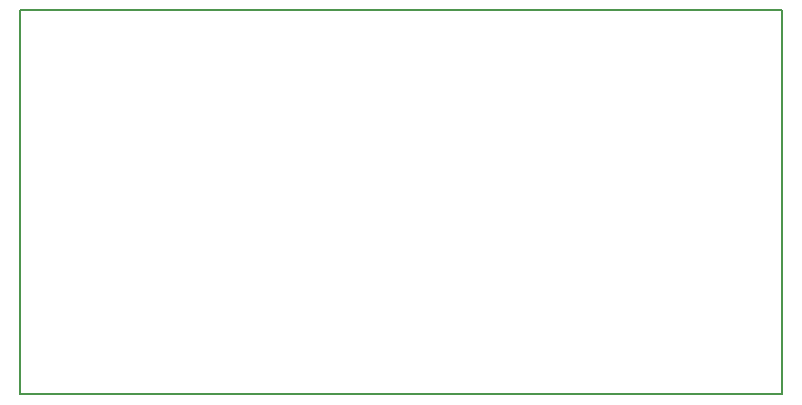
<source format=gbr>
G04 #@! TF.GenerationSoftware,KiCad,Pcbnew,(5.0.1)-rc2*
G04 #@! TF.CreationDate,2019-06-29T00:56:30-07:00*
G04 #@! TF.ProjectId,DB9_Switcher,4442395F53776974636865722E6B6963,rev?*
G04 #@! TF.SameCoordinates,Original*
G04 #@! TF.FileFunction,Profile,NP*
%FSLAX46Y46*%
G04 Gerber Fmt 4.6, Leading zero omitted, Abs format (unit mm)*
G04 Created by KiCad (PCBNEW (5.0.1)-rc2) date 6/29/2019 12:56:30 AM*
%MOMM*%
%LPD*%
G01*
G04 APERTURE LIST*
%ADD10C,0.150000*%
G04 APERTURE END LIST*
D10*
X178054000Y-97282000D02*
X178054000Y-97028000D01*
X113538000Y-97282000D02*
X178054000Y-97282000D01*
X113538000Y-96774000D02*
X113538000Y-97282000D01*
X113538000Y-64770000D02*
X113538000Y-96774000D01*
X128270000Y-64770000D02*
X113538000Y-64770000D01*
X178054000Y-64770000D02*
X178054000Y-97028000D01*
X177800000Y-64770000D02*
X178054000Y-64770000D01*
X128270000Y-64770000D02*
X177800000Y-64770000D01*
M02*

</source>
